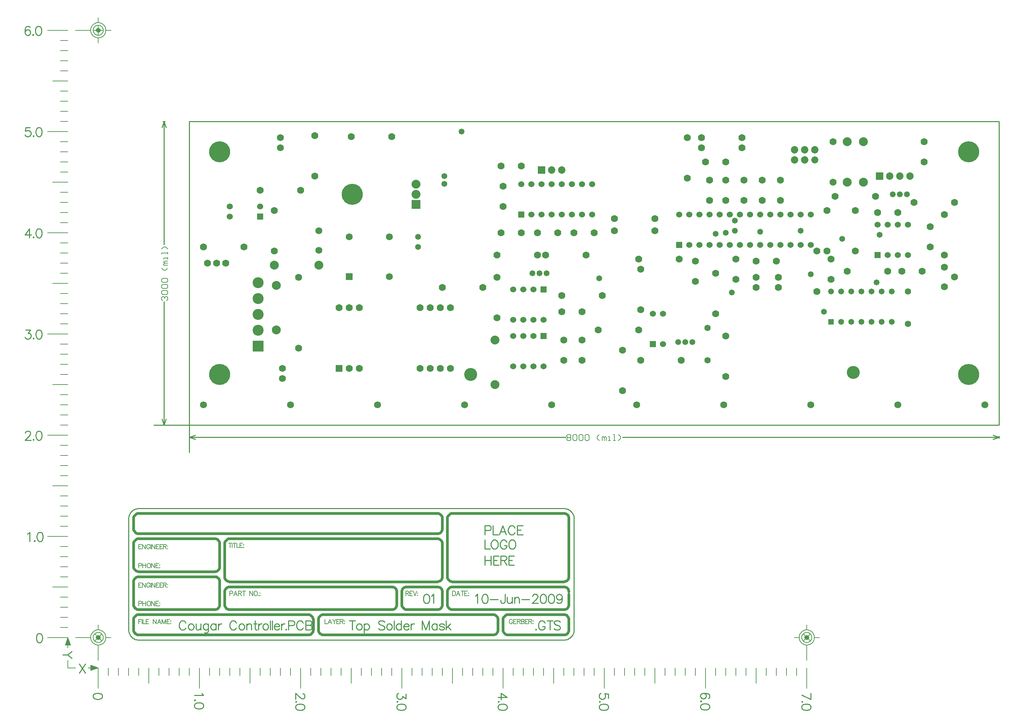
<source format=gts>
%FSLAX23Y23*%
%MOIN*%
G70*
G01*
G75*
%ADD10C,0.021*%
%ADD11C,0.012*%
%ADD12C,0.035*%
%ADD13C,0.025*%
%ADD14C,0.045*%
%ADD15C,0.055*%
%ADD16C,0.009*%
%ADD17C,0.008*%
%ADD18C,0.010*%
%ADD19C,0.006*%
%ADD20C,0.005*%
%ADD21C,0.060*%
%ADD22C,0.200*%
%ADD23C,0.062*%
%ADD24R,0.062X0.062*%
%ADD25R,0.052X0.052*%
%ADD26C,0.052*%
%ADD27C,0.080*%
%ADD28C,0.055*%
%ADD29R,0.050X0.050*%
%ADD30C,0.050*%
%ADD31C,0.120*%
%ADD32R,0.060X0.060*%
%ADD33R,0.100X0.100*%
%ADD34C,0.100*%
%ADD35R,0.080X0.080*%
%ADD36P,0.065X8X0*%
%ADD37C,0.065*%
%ADD38R,0.065X0.065*%
%ADD39C,0.068*%
%ADD40C,0.208*%
%ADD41C,0.070*%
%ADD42R,0.070X0.070*%
%ADD43C,0.088*%
%ADD44C,0.063*%
%ADD45R,0.058X0.058*%
%ADD46C,0.058*%
%ADD47C,0.128*%
%ADD48R,0.068X0.068*%
%ADD49R,0.108X0.108*%
%ADD50C,0.108*%
%ADD51R,0.088X0.088*%
%ADD52P,0.073X8X0*%
%ADD53C,0.073*%
%ADD54R,0.073X0.073*%
D13*
X10453Y5923D02*
X10452Y5932D01*
X10449Y5942D01*
X10445Y5950D01*
X10439Y5957D01*
X10431Y5964D01*
X10423Y5968D01*
X10414Y5971D01*
X10404Y5972D01*
X9303D02*
X9293Y5971D01*
X9284Y5968D01*
X9275Y5963D01*
X9268Y5957D01*
X9262Y5950D01*
X9257Y5941D01*
X9254Y5932D01*
X9253Y5922D01*
X10403Y6022D02*
X10413Y6023D01*
X10422Y6026D01*
X10431Y6030D01*
X10438Y6036D01*
X10445Y6044D01*
X10449Y6053D01*
X10452Y6062D01*
X10453Y6072D01*
X9253D02*
X9254Y6062D01*
X9257Y6053D01*
X9262Y6044D01*
X9268Y6036D01*
X9275Y6030D01*
X9284Y6026D01*
X9293Y6023D01*
X9303Y6022D01*
X10453Y6648D02*
X10452Y6658D01*
X10449Y6667D01*
X10445Y6676D01*
X10438Y6683D01*
X10430Y6689D01*
X10422Y6694D01*
X10412Y6696D01*
X10402Y6697D01*
X10403Y5747D02*
X10413Y5748D01*
X10422Y5751D01*
X10431Y5755D01*
X10438Y5761D01*
X10445Y5769D01*
X10449Y5778D01*
X10452Y5787D01*
X10453Y5797D01*
X10453Y5648D02*
X10452Y5657D01*
X10449Y5667D01*
X10444Y5675D01*
X10438Y5682D01*
X10431Y5689D01*
X10422Y5693D01*
X10413Y5696D01*
X10403Y5697D01*
Y5497D02*
X10413Y5498D01*
X10422Y5501D01*
X10431Y5505D01*
X10438Y5511D01*
X10445Y5519D01*
X10449Y5528D01*
X10452Y5537D01*
X10453Y5547D01*
X9153Y5747D02*
X9163Y5748D01*
X9172Y5751D01*
X9181Y5755D01*
X9188Y5761D01*
X9195Y5769D01*
X9199Y5778D01*
X9202Y5787D01*
X9203Y5797D01*
X9253Y5796D02*
X9254Y5786D01*
X9257Y5777D01*
X9262Y5768D01*
X9268Y5761D01*
X9275Y5755D01*
X9284Y5750D01*
X9293Y5748D01*
X9303Y5747D01*
X9203Y5923D02*
X9202Y5932D01*
X9199Y5942D01*
X9195Y5950D01*
X9189Y5957D01*
X9181Y5964D01*
X9173Y5968D01*
X9164Y5971D01*
X9154Y5972D01*
X6153Y5547D02*
X6154Y5537D01*
X6157Y5528D01*
X6161Y5519D01*
X6167Y5512D01*
X6175Y5506D01*
X6183Y5501D01*
X6193Y5498D01*
X6202Y5497D01*
X9154Y6022D02*
X9164Y6023D01*
X9173Y6026D01*
X9181Y6031D01*
X9189Y6037D01*
X9195Y6044D01*
X9199Y6053D01*
X9202Y6062D01*
X9203Y6072D01*
X6203Y5697D02*
X6193Y5696D01*
X6184Y5693D01*
X6175Y5688D01*
X6168Y5682D01*
X6162Y5675D01*
X6157Y5666D01*
X6154Y5657D01*
X6153Y5647D01*
X9203Y6397D02*
X9202Y6407D01*
X9199Y6416D01*
X9195Y6425D01*
X9188Y6432D01*
X9181Y6438D01*
X9172Y6443D01*
X9163Y6446D01*
X9153Y6447D01*
Y6497D02*
X9163Y6498D01*
X9172Y6501D01*
X9181Y6505D01*
X9188Y6511D01*
X9195Y6519D01*
X9199Y6528D01*
X9202Y6537D01*
X9203Y6547D01*
X9303Y6697D02*
X9293Y6696D01*
X9284Y6693D01*
X9275Y6688D01*
X9268Y6682D01*
X9262Y6675D01*
X9257Y6666D01*
X9254Y6657D01*
X9253Y6647D01*
X9203D02*
X9202Y6657D01*
X9199Y6666D01*
X9195Y6675D01*
X9188Y6682D01*
X9181Y6688D01*
X9172Y6693D01*
X9163Y6696D01*
X9153Y6697D01*
X6203D02*
X6193Y6696D01*
X6184Y6693D01*
X6175Y6688D01*
X6168Y6682D01*
X6162Y6675D01*
X6157Y6666D01*
X6154Y6657D01*
X6153Y6647D01*
Y6547D02*
X6154Y6537D01*
X6157Y6528D01*
X6162Y6519D01*
X6168Y6511D01*
X6175Y6505D01*
X6184Y6501D01*
X6193Y6498D01*
X6203Y6497D01*
Y6447D02*
X6193Y6446D01*
X6184Y6443D01*
X6175Y6438D01*
X6168Y6432D01*
X6162Y6425D01*
X6157Y6416D01*
X6154Y6407D01*
X6153Y6397D01*
Y6172D02*
X6154Y6162D01*
X6157Y6153D01*
X6162Y6144D01*
X6168Y6136D01*
X6175Y6130D01*
X6184Y6126D01*
X6193Y6123D01*
X6203Y6122D01*
Y6072D02*
X6193Y6071D01*
X6184Y6068D01*
X6175Y6063D01*
X6168Y6057D01*
X6162Y6050D01*
X6157Y6041D01*
X6154Y6032D01*
X6153Y6022D01*
Y5797D02*
X6154Y5787D01*
X6157Y5778D01*
X6161Y5769D01*
X6167Y5762D01*
X6175Y5756D01*
X6183Y5751D01*
X6193Y5748D01*
X6202Y5747D01*
X7103Y6447D02*
X7093Y6446D01*
X7084Y6443D01*
X7075Y6438D01*
X7068Y6432D01*
X7062Y6425D01*
X7057Y6416D01*
X7054Y6407D01*
X7053Y6397D01*
X7103Y5972D02*
X7093Y5971D01*
X7084Y5968D01*
X7075Y5963D01*
X7068Y5957D01*
X7062Y5950D01*
X7057Y5941D01*
X7054Y5932D01*
X7053Y5922D01*
X8851Y5972D02*
X8841Y5971D01*
X8832Y5968D01*
X8824Y5963D01*
X8816Y5957D01*
X8810Y5949D01*
X8806Y5940D01*
X8804Y5931D01*
X8803Y5921D01*
X8803Y5798D02*
X8804Y5788D01*
X8807Y5778D01*
X8812Y5770D01*
X8818Y5762D01*
X8825Y5756D01*
X8834Y5751D01*
X8843Y5748D01*
X8853Y5747D01*
X8704Y5747D02*
X8714Y5748D01*
X8723Y5751D01*
X8732Y5755D01*
X8739Y5761D01*
X8745Y5769D01*
X8750Y5778D01*
X8752Y5787D01*
X8753Y5797D01*
X8753Y5923D02*
X8752Y5932D01*
X8749Y5942D01*
X8745Y5950D01*
X8739Y5957D01*
X8731Y5964D01*
X8723Y5968D01*
X8714Y5971D01*
X8704Y5972D01*
X6954Y5747D02*
X6964Y5748D01*
X6973Y5751D01*
X6981Y5755D01*
X6989Y5761D01*
X6995Y5769D01*
X6999Y5777D01*
X7002Y5786D01*
X7003Y5796D01*
X7053D02*
X7054Y5786D01*
X7057Y5777D01*
X7061Y5769D01*
X7067Y5761D01*
X7075Y5755D01*
X7083Y5751D01*
X7093Y5748D01*
X7102Y5747D01*
X7053Y6071D02*
X7054Y6061D01*
X7057Y6052D01*
X7061Y6044D01*
X7067Y6036D01*
X7075Y6030D01*
X7083Y6026D01*
X7093Y6023D01*
X7102Y6022D01*
X7003Y6023D02*
X7002Y6033D01*
X6999Y6042D01*
X6995Y6051D01*
X6988Y6058D01*
X6980Y6064D01*
X6972Y6069D01*
X6962Y6071D01*
X6952Y6072D01*
X6955Y6122D02*
X6964Y6123D01*
X6973Y6125D01*
X6982Y6130D01*
X6989Y6136D01*
X6995Y6143D01*
X6999Y6151D01*
X7002Y6160D01*
X7003Y6170D01*
Y6398D02*
X7002Y6407D01*
X6999Y6417D01*
X6995Y6425D01*
X6989Y6432D01*
X6981Y6439D01*
X6973Y6443D01*
X6964Y6446D01*
X6954Y6447D01*
X9853Y5697D02*
X9843Y5696D01*
X9834Y5693D01*
X9825Y5688D01*
X9818Y5682D01*
X9812Y5675D01*
X9807Y5666D01*
X9804Y5657D01*
X9803Y5647D01*
Y5546D02*
X9804Y5536D01*
X9807Y5527D01*
X9812Y5518D01*
X9818Y5511D01*
X9825Y5505D01*
X9834Y5500D01*
X9843Y5498D01*
X9853Y5497D01*
X9704Y5497D02*
X9714Y5498D01*
X9723Y5500D01*
X9732Y5505D01*
X9739Y5511D01*
X9745Y5519D01*
X9750Y5527D01*
X9752Y5537D01*
X9753Y5546D01*
X9753Y5647D02*
X9752Y5657D01*
X9749Y5666D01*
X9745Y5675D01*
X9738Y5682D01*
X9731Y5688D01*
X9722Y5693D01*
X9713Y5696D01*
X9703Y5697D01*
X7978Y5547D02*
X7979Y5537D01*
X7982Y5528D01*
X7986Y5519D01*
X7992Y5512D01*
X8000Y5506D01*
X8008Y5501D01*
X8018Y5498D01*
X8027Y5497D01*
X8028Y5697D02*
X8018Y5696D01*
X8009Y5693D01*
X8000Y5688D01*
X7993Y5682D01*
X7987Y5675D01*
X7982Y5666D01*
X7979Y5657D01*
X7978Y5647D01*
X7879Y5497D02*
X7889Y5498D01*
X7898Y5500D01*
X7907Y5505D01*
X7914Y5511D01*
X7920Y5519D01*
X7925Y5527D01*
X7927Y5537D01*
X7928Y5546D01*
X7928Y5647D02*
X7927Y5657D01*
X7924Y5666D01*
X7920Y5675D01*
X7913Y5682D01*
X7906Y5688D01*
X7897Y5693D01*
X7888Y5696D01*
X7878Y5697D01*
X8028Y5497D02*
X9703D01*
X6203D02*
X7878D01*
X6203Y5697D02*
X7878D01*
X8028D02*
X9703D01*
X9853Y5497D02*
X10403D01*
X9853Y5697D02*
X10403D01*
X6203Y6697D02*
X9153D01*
X6203Y5747D02*
X6953D01*
X6203Y6072D02*
X6953D01*
X6203Y6122D02*
X6953D01*
X6203Y6447D02*
X6953D01*
X6203Y6497D02*
X9153D01*
X7103Y6447D02*
X9153D01*
X7103Y5972D02*
X8703D01*
X7103Y5747D02*
X8703D01*
X8853D02*
X9153D01*
X8853Y5972D02*
X9153D01*
X9303Y5747D02*
X10403D01*
X9303Y6697D02*
X10403D01*
X7103Y6022D02*
X9153D01*
X9303D02*
X10403D01*
X9303Y5972D02*
X10403D01*
X7928Y5547D02*
Y5647D01*
X7978Y5547D02*
Y5647D01*
X9753Y5547D02*
Y5647D01*
X9803Y5547D02*
Y5647D01*
X6153Y5797D02*
Y6022D01*
X7003Y5797D02*
Y6022D01*
X6153Y6172D02*
Y6397D01*
X7003Y6172D02*
Y6397D01*
X6153Y6547D02*
Y6647D01*
X9203Y6547D02*
Y6647D01*
Y6072D02*
Y6397D01*
X7053Y6072D02*
Y6397D01*
X8753Y5797D02*
Y5922D01*
X7053Y5797D02*
Y5922D01*
X8803Y5797D02*
Y5922D01*
X9203Y5797D02*
Y5922D01*
X10453Y5547D02*
Y5647D01*
Y5797D02*
Y5897D01*
X6153Y5547D02*
Y5647D01*
X9253Y6072D02*
Y6647D01*
X10453Y6072D02*
Y6647D01*
X9253Y5797D02*
Y5922D01*
D16*
X10127Y5555D02*
X10123Y5551D01*
X10127Y5547D01*
X10132Y5551D01*
X10127Y5555D01*
X10216Y5615D02*
X10211Y5624D01*
X10203Y5633D01*
X10194Y5637D01*
X10177D01*
X10169Y5633D01*
X10160Y5624D01*
X10156Y5615D01*
X10151Y5603D01*
Y5581D01*
X10156Y5568D01*
X10160Y5560D01*
X10169Y5551D01*
X10177Y5547D01*
X10194D01*
X10203Y5551D01*
X10211Y5560D01*
X10216Y5568D01*
Y5581D01*
X10194D02*
X10216D01*
X10266Y5637D02*
Y5547D01*
X10236Y5637D02*
X10296D01*
X10367Y5624D02*
X10358Y5633D01*
X10346Y5637D01*
X10328D01*
X10316Y5633D01*
X10307Y5624D01*
Y5615D01*
X10311Y5607D01*
X10316Y5603D01*
X10324Y5598D01*
X10350Y5590D01*
X10358Y5585D01*
X10363Y5581D01*
X10367Y5573D01*
Y5560D01*
X10358Y5551D01*
X10346Y5547D01*
X10328D01*
X10316Y5551D01*
X10307Y5560D01*
X5130Y11499D02*
X5125Y11507D01*
X5112Y11512D01*
X5104D01*
X5091Y11507D01*
X5082Y11495D01*
X5078Y11473D01*
Y11452D01*
X5082Y11435D01*
X5091Y11426D01*
X5104Y11422D01*
X5108D01*
X5121Y11426D01*
X5130Y11435D01*
X5134Y11448D01*
Y11452D01*
X5130Y11465D01*
X5121Y11473D01*
X5108Y11478D01*
X5104D01*
X5091Y11473D01*
X5082Y11465D01*
X5078Y11452D01*
X5158Y11430D02*
X5154Y11426D01*
X5158Y11422D01*
X5162Y11426D01*
X5158Y11430D01*
X5208Y11512D02*
X5195Y11507D01*
X5186Y11495D01*
X5182Y11473D01*
Y11460D01*
X5186Y11439D01*
X5195Y11426D01*
X5208Y11422D01*
X5216D01*
X5229Y11426D01*
X5238Y11439D01*
X5242Y11460D01*
Y11473D01*
X5238Y11495D01*
X5229Y11507D01*
X5216Y11512D01*
X5208D01*
X5121Y9512D02*
X5078Y9452D01*
X5142D01*
X5121Y9512D02*
Y9422D01*
X5163Y9430D02*
X5158Y9426D01*
X5163Y9422D01*
X5167Y9426D01*
X5163Y9430D01*
X5212Y9512D02*
X5199Y9507D01*
X5191Y9495D01*
X5187Y9473D01*
Y9460D01*
X5191Y9439D01*
X5199Y9426D01*
X5212Y9422D01*
X5221D01*
X5234Y9426D01*
X5242Y9439D01*
X5247Y9460D01*
Y9473D01*
X5242Y9495D01*
X5234Y9507D01*
X5221Y9512D01*
X5212D01*
X5082Y7490D02*
Y7495D01*
X5087Y7503D01*
X5091Y7508D01*
X5100Y7512D01*
X5117D01*
X5125Y7508D01*
X5130Y7503D01*
X5134Y7495D01*
Y7486D01*
X5130Y7478D01*
X5121Y7465D01*
X5078Y7422D01*
X5138D01*
X5163Y7430D02*
X5158Y7426D01*
X5163Y7422D01*
X5167Y7426D01*
X5163Y7430D01*
X5212Y7512D02*
X5199Y7508D01*
X5191Y7495D01*
X5187Y7473D01*
Y7460D01*
X5191Y7439D01*
X5199Y7426D01*
X5212Y7422D01*
X5221D01*
X5234Y7426D01*
X5242Y7439D01*
X5247Y7460D01*
Y7473D01*
X5242Y7495D01*
X5234Y7508D01*
X5221Y7512D01*
X5212D01*
X5216Y5512D02*
X5203Y5508D01*
X5195Y5495D01*
X5191Y5473D01*
Y5460D01*
X5195Y5439D01*
X5203Y5426D01*
X5216Y5422D01*
X5225D01*
X5238Y5426D01*
X5246Y5439D01*
X5251Y5460D01*
Y5473D01*
X5246Y5495D01*
X5238Y5508D01*
X5225Y5512D01*
X5216D01*
X5103Y6495D02*
X5112Y6499D01*
X5125Y6512D01*
Y6422D01*
X5173Y6430D02*
X5169Y6426D01*
X5173Y6422D01*
X5178Y6426D01*
X5173Y6430D01*
X5223Y6512D02*
X5210Y6508D01*
X5202Y6495D01*
X5197Y6473D01*
Y6460D01*
X5202Y6439D01*
X5210Y6426D01*
X5223Y6422D01*
X5232D01*
X5245Y6426D01*
X5253Y6439D01*
X5257Y6460D01*
Y6473D01*
X5253Y6495D01*
X5245Y6508D01*
X5232Y6512D01*
X5223D01*
X5087Y8512D02*
X5134D01*
X5108Y8478D01*
X5121D01*
X5130Y8473D01*
X5134Y8469D01*
X5138Y8456D01*
Y8448D01*
X5134Y8435D01*
X5125Y8426D01*
X5112Y8422D01*
X5100D01*
X5087Y8426D01*
X5082Y8430D01*
X5078Y8439D01*
X5163Y8430D02*
X5158Y8426D01*
X5163Y8422D01*
X5167Y8426D01*
X5163Y8430D01*
X5212Y8512D02*
X5199Y8507D01*
X5191Y8495D01*
X5187Y8473D01*
Y8460D01*
X5191Y8439D01*
X5199Y8426D01*
X5212Y8422D01*
X5221D01*
X5234Y8426D01*
X5242Y8439D01*
X5247Y8460D01*
Y8473D01*
X5242Y8495D01*
X5234Y8507D01*
X5221Y8512D01*
X5212D01*
X5130Y10512D02*
X5087D01*
X5082Y10473D01*
X5087Y10478D01*
X5100Y10482D01*
X5112D01*
X5125Y10478D01*
X5134Y10469D01*
X5138Y10456D01*
Y10448D01*
X5134Y10435D01*
X5125Y10426D01*
X5112Y10422D01*
X5100D01*
X5087Y10426D01*
X5082Y10430D01*
X5078Y10439D01*
X5163Y10430D02*
X5158Y10426D01*
X5163Y10422D01*
X5167Y10426D01*
X5163Y10430D01*
X5212Y10512D02*
X5199Y10507D01*
X5191Y10495D01*
X5187Y10473D01*
Y10460D01*
X5191Y10439D01*
X5199Y10426D01*
X5212Y10422D01*
X5221D01*
X5234Y10426D01*
X5242Y10439D01*
X5247Y10460D01*
Y10473D01*
X5242Y10495D01*
X5234Y10507D01*
X5221Y10512D01*
X5212D01*
X12843Y4862D02*
X12753Y4905D01*
X12843Y4922D02*
Y4862D01*
X12762Y4837D02*
X12757Y4842D01*
X12753Y4837D01*
X12757Y4833D01*
X12762Y4837D01*
X12843Y4788D02*
X12839Y4801D01*
X12826Y4809D01*
X12805Y4813D01*
X12792D01*
X12770Y4809D01*
X12757Y4801D01*
X12753Y4788D01*
Y4779D01*
X12757Y4766D01*
X12770Y4758D01*
X12792Y4753D01*
X12805D01*
X12826Y4758D01*
X12839Y4766D01*
X12843Y4779D01*
Y4788D01*
X10843Y4870D02*
Y4913D01*
X10805Y4918D01*
X10809Y4913D01*
X10813Y4900D01*
Y4888D01*
X10809Y4875D01*
X10800Y4866D01*
X10787Y4862D01*
X10779D01*
X10766Y4866D01*
X10757Y4875D01*
X10753Y4888D01*
Y4900D01*
X10757Y4913D01*
X10762Y4918D01*
X10770Y4922D01*
X10762Y4837D02*
X10757Y4842D01*
X10753Y4837D01*
X10757Y4833D01*
X10762Y4837D01*
X10843Y4788D02*
X10839Y4801D01*
X10826Y4809D01*
X10805Y4813D01*
X10792D01*
X10770Y4809D01*
X10757Y4801D01*
X10753Y4788D01*
Y4779D01*
X10757Y4766D01*
X10770Y4758D01*
X10792Y4753D01*
X10805D01*
X10826Y4758D01*
X10839Y4766D01*
X10843Y4779D01*
Y4788D01*
X8843Y4913D02*
Y4866D01*
X8809Y4892D01*
Y4879D01*
X8805Y4870D01*
X8800Y4866D01*
X8787Y4862D01*
X8779D01*
X8766Y4866D01*
X8757Y4875D01*
X8753Y4888D01*
Y4900D01*
X8757Y4913D01*
X8762Y4918D01*
X8770Y4922D01*
X8762Y4837D02*
X8757Y4842D01*
X8753Y4837D01*
X8757Y4833D01*
X8762Y4837D01*
X8843Y4788D02*
X8839Y4801D01*
X8826Y4809D01*
X8805Y4813D01*
X8792D01*
X8770Y4809D01*
X8757Y4801D01*
X8753Y4788D01*
Y4779D01*
X8757Y4766D01*
X8770Y4758D01*
X8792Y4753D01*
X8805D01*
X8826Y4758D01*
X8839Y4766D01*
X8843Y4779D01*
Y4788D01*
X6826Y4922D02*
X6830Y4913D01*
X6843Y4900D01*
X6753D01*
X6762Y4852D02*
X6757Y4856D01*
X6753Y4852D01*
X6757Y4847D01*
X6762Y4852D01*
X6843Y4802D02*
X6839Y4815D01*
X6826Y4823D01*
X6805Y4828D01*
X6792D01*
X6770Y4823D01*
X6757Y4815D01*
X6753Y4802D01*
Y4793D01*
X6757Y4780D01*
X6770Y4772D01*
X6792Y4768D01*
X6805D01*
X6826Y4772D01*
X6839Y4780D01*
X6843Y4793D01*
Y4802D01*
X5843Y4896D02*
X5839Y4909D01*
X5826Y4918D01*
X5805Y4922D01*
X5792D01*
X5770Y4918D01*
X5757Y4909D01*
X5753Y4896D01*
Y4888D01*
X5757Y4875D01*
X5770Y4866D01*
X5792Y4862D01*
X5805D01*
X5826Y4866D01*
X5839Y4875D01*
X5843Y4888D01*
Y4896D01*
X7822Y4918D02*
X7826D01*
X7835Y4913D01*
X7839Y4909D01*
X7843Y4900D01*
Y4883D01*
X7839Y4875D01*
X7835Y4870D01*
X7826Y4866D01*
X7817D01*
X7809Y4870D01*
X7796Y4879D01*
X7753Y4922D01*
Y4862D01*
X7762Y4837D02*
X7757Y4842D01*
X7753Y4837D01*
X7757Y4833D01*
X7762Y4837D01*
X7843Y4788D02*
X7839Y4801D01*
X7826Y4809D01*
X7805Y4813D01*
X7792D01*
X7770Y4809D01*
X7757Y4801D01*
X7753Y4788D01*
Y4779D01*
X7757Y4766D01*
X7770Y4758D01*
X7792Y4753D01*
X7805D01*
X7826Y4758D01*
X7839Y4766D01*
X7843Y4779D01*
Y4788D01*
X9843Y4879D02*
X9783Y4922D01*
Y4858D01*
X9843Y4879D02*
X9753D01*
X9762Y4837D02*
X9757Y4842D01*
X9753Y4837D01*
X9757Y4833D01*
X9762Y4837D01*
X9843Y4788D02*
X9839Y4801D01*
X9826Y4809D01*
X9805Y4813D01*
X9792D01*
X9770Y4809D01*
X9757Y4801D01*
X9753Y4788D01*
Y4779D01*
X9757Y4766D01*
X9770Y4758D01*
X9792Y4753D01*
X9805D01*
X9826Y4758D01*
X9839Y4766D01*
X9843Y4779D01*
Y4788D01*
X11830Y4870D02*
X11839Y4875D01*
X11843Y4888D01*
Y4896D01*
X11839Y4909D01*
X11826Y4918D01*
X11805Y4922D01*
X11783D01*
X11766Y4918D01*
X11757Y4909D01*
X11753Y4896D01*
Y4892D01*
X11757Y4879D01*
X11766Y4870D01*
X11779Y4866D01*
X11783D01*
X11796Y4870D01*
X11805Y4879D01*
X11809Y4892D01*
Y4896D01*
X11805Y4909D01*
X11796Y4918D01*
X11783Y4922D01*
X11762Y4842D02*
X11757Y4846D01*
X11753Y4842D01*
X11757Y4838D01*
X11762Y4842D01*
X11843Y4792D02*
X11839Y4805D01*
X11826Y4814D01*
X11805Y4818D01*
X11792D01*
X11770Y4814D01*
X11757Y4805D01*
X11753Y4792D01*
Y4784D01*
X11757Y4771D01*
X11770Y4762D01*
X11792Y4758D01*
X11805D01*
X11826Y4762D01*
X11839Y4771D01*
X11843Y4784D01*
Y4792D01*
X5616Y5212D02*
X5676Y5122D01*
Y5212D02*
X5616Y5122D01*
X5543Y5334D02*
X5500Y5300D01*
X5453D01*
X5543Y5266D02*
X5500Y5300D01*
X9528Y5882D02*
X9537Y5886D01*
X9550Y5899D01*
Y5809D01*
X9620Y5899D02*
X9607Y5895D01*
X9598Y5882D01*
X9594Y5861D01*
Y5848D01*
X9598Y5826D01*
X9607Y5814D01*
X9620Y5809D01*
X9628D01*
X9641Y5814D01*
X9650Y5826D01*
X9654Y5848D01*
Y5861D01*
X9650Y5882D01*
X9641Y5895D01*
X9628Y5899D01*
X9620D01*
X9674Y5848D02*
X9751D01*
X9821Y5899D02*
Y5831D01*
X9816Y5818D01*
X9812Y5814D01*
X9804Y5809D01*
X9795D01*
X9786Y5814D01*
X9782Y5818D01*
X9778Y5831D01*
Y5839D01*
X9844Y5869D02*
Y5826D01*
X9848Y5814D01*
X9857Y5809D01*
X9870D01*
X9878Y5814D01*
X9891Y5826D01*
Y5869D02*
Y5809D01*
X9915Y5869D02*
Y5809D01*
Y5852D02*
X9927Y5865D01*
X9936Y5869D01*
X9949D01*
X9957Y5865D01*
X9962Y5852D01*
Y5809D01*
X9985Y5848D02*
X10062D01*
X10093Y5878D02*
Y5882D01*
X10098Y5891D01*
X10102Y5895D01*
X10110Y5899D01*
X10128D01*
X10136Y5895D01*
X10140Y5891D01*
X10145Y5882D01*
Y5874D01*
X10140Y5865D01*
X10132Y5852D01*
X10089Y5809D01*
X10149D01*
X10195Y5899D02*
X10182Y5895D01*
X10173Y5882D01*
X10169Y5861D01*
Y5848D01*
X10173Y5826D01*
X10182Y5814D01*
X10195Y5809D01*
X10203D01*
X10216Y5814D01*
X10225Y5826D01*
X10229Y5848D01*
Y5861D01*
X10225Y5882D01*
X10216Y5895D01*
X10203Y5899D01*
X10195D01*
X10275D02*
X10262Y5895D01*
X10254Y5882D01*
X10249Y5861D01*
Y5848D01*
X10254Y5826D01*
X10262Y5814D01*
X10275Y5809D01*
X10284D01*
X10296Y5814D01*
X10305Y5826D01*
X10309Y5848D01*
Y5861D01*
X10305Y5882D01*
X10296Y5895D01*
X10284Y5899D01*
X10275D01*
X10385Y5869D02*
X10381Y5856D01*
X10372Y5848D01*
X10359Y5844D01*
X10355D01*
X10342Y5848D01*
X10334Y5856D01*
X10329Y5869D01*
Y5874D01*
X10334Y5886D01*
X10342Y5895D01*
X10355Y5899D01*
X10359D01*
X10372Y5895D01*
X10381Y5886D01*
X10385Y5869D01*
Y5848D01*
X10381Y5826D01*
X10372Y5814D01*
X10359Y5809D01*
X10351D01*
X10338Y5814D01*
X10334Y5822D01*
X9623Y6277D02*
Y6187D01*
X9683Y6277D02*
Y6187D01*
X9623Y6234D02*
X9683D01*
X9764Y6277D02*
X9708D01*
Y6187D01*
X9764D01*
X9708Y6234D02*
X9742D01*
X9779Y6277D02*
Y6187D01*
Y6277D02*
X9817D01*
X9830Y6273D01*
X9834Y6268D01*
X9839Y6260D01*
Y6251D01*
X9834Y6243D01*
X9830Y6238D01*
X9817Y6234D01*
X9779D01*
X9809D02*
X9839Y6187D01*
X9914Y6277D02*
X9859D01*
Y6187D01*
X9914D01*
X9859Y6234D02*
X9893D01*
X9623Y6437D02*
Y6347D01*
X9675D01*
X9710Y6437D02*
X9702Y6432D01*
X9693Y6424D01*
X9689Y6415D01*
X9684Y6403D01*
Y6381D01*
X9689Y6368D01*
X9693Y6360D01*
X9702Y6351D01*
X9710Y6347D01*
X9727D01*
X9736Y6351D01*
X9744Y6360D01*
X9749Y6368D01*
X9753Y6381D01*
Y6403D01*
X9749Y6415D01*
X9744Y6424D01*
X9736Y6432D01*
X9727Y6437D01*
X9710D01*
X9838Y6415D02*
X9834Y6424D01*
X9825Y6432D01*
X9817Y6437D01*
X9800D01*
X9791Y6432D01*
X9783Y6424D01*
X9778Y6415D01*
X9774Y6403D01*
Y6381D01*
X9778Y6368D01*
X9783Y6360D01*
X9791Y6351D01*
X9800Y6347D01*
X9817D01*
X9825Y6351D01*
X9834Y6360D01*
X9838Y6368D01*
Y6381D01*
X9817D02*
X9838D01*
X9884Y6437D02*
X9876Y6432D01*
X9867Y6424D01*
X9863Y6415D01*
X9859Y6403D01*
Y6381D01*
X9863Y6368D01*
X9867Y6360D01*
X9876Y6351D01*
X9884Y6347D01*
X9902D01*
X9910Y6351D01*
X9919Y6360D01*
X9923Y6368D01*
X9927Y6381D01*
Y6403D01*
X9923Y6415D01*
X9919Y6424D01*
X9910Y6432D01*
X9902Y6437D01*
X9884D01*
X9623Y6530D02*
X9662D01*
X9675Y6534D01*
X9679Y6538D01*
X9683Y6547D01*
Y6560D01*
X9679Y6568D01*
X9675Y6573D01*
X9662Y6577D01*
X9623D01*
Y6487D01*
X9703Y6577D02*
Y6487D01*
X9755D01*
X9833D02*
X9799Y6577D01*
X9765Y6487D01*
X9777Y6517D02*
X9820D01*
X9918Y6555D02*
X9914Y6564D01*
X9905Y6573D01*
X9897Y6577D01*
X9880D01*
X9871Y6573D01*
X9863Y6564D01*
X9858Y6555D01*
X9854Y6543D01*
Y6521D01*
X9858Y6508D01*
X9863Y6500D01*
X9871Y6491D01*
X9880Y6487D01*
X9897D01*
X9905Y6491D01*
X9914Y6500D01*
X9918Y6508D01*
X9999Y6577D02*
X9944D01*
Y6487D01*
X9999D01*
X9944Y6534D02*
X9978D01*
X9041Y5899D02*
X9028Y5895D01*
X9020Y5882D01*
X9016Y5861D01*
Y5848D01*
X9020Y5826D01*
X9028Y5814D01*
X9041Y5809D01*
X9050D01*
X9063Y5814D01*
X9071Y5826D01*
X9076Y5848D01*
Y5861D01*
X9071Y5882D01*
X9063Y5895D01*
X9050Y5899D01*
X9041D01*
X9096Y5882D02*
X9104Y5886D01*
X9117Y5899D01*
Y5809D01*
X8313Y5637D02*
Y5547D01*
X8283Y5637D02*
X8343D01*
X8375Y5607D02*
X8367Y5603D01*
X8358Y5594D01*
X8354Y5581D01*
Y5573D01*
X8358Y5560D01*
X8367Y5551D01*
X8375Y5547D01*
X8388D01*
X8397Y5551D01*
X8405Y5560D01*
X8410Y5573D01*
Y5581D01*
X8405Y5594D01*
X8397Y5603D01*
X8388Y5607D01*
X8375D01*
X8429D02*
Y5517D01*
Y5594D02*
X8438Y5603D01*
X8446Y5607D01*
X8459D01*
X8468Y5603D01*
X8476Y5594D01*
X8481Y5581D01*
Y5573D01*
X8476Y5560D01*
X8468Y5551D01*
X8459Y5547D01*
X8446D01*
X8438Y5551D01*
X8429Y5560D01*
X8631Y5624D02*
X8622Y5633D01*
X8609Y5637D01*
X8592D01*
X8579Y5633D01*
X8571Y5624D01*
Y5615D01*
X8575Y5607D01*
X8579Y5603D01*
X8588Y5598D01*
X8613Y5590D01*
X8622Y5585D01*
X8626Y5581D01*
X8631Y5573D01*
Y5560D01*
X8622Y5551D01*
X8609Y5547D01*
X8592D01*
X8579Y5551D01*
X8571Y5560D01*
X8672Y5607D02*
X8664Y5603D01*
X8655Y5594D01*
X8651Y5581D01*
Y5573D01*
X8655Y5560D01*
X8664Y5551D01*
X8672Y5547D01*
X8685D01*
X8694Y5551D01*
X8702Y5560D01*
X8706Y5573D01*
Y5581D01*
X8702Y5594D01*
X8694Y5603D01*
X8685Y5607D01*
X8672D01*
X8726Y5637D02*
Y5547D01*
X8796Y5637D02*
Y5547D01*
Y5594D02*
X8788Y5603D01*
X8779Y5607D01*
X8766D01*
X8758Y5603D01*
X8749Y5594D01*
X8745Y5581D01*
Y5573D01*
X8749Y5560D01*
X8758Y5551D01*
X8766Y5547D01*
X8779D01*
X8788Y5551D01*
X8796Y5560D01*
X8820Y5581D02*
X8872D01*
Y5590D01*
X8868Y5598D01*
X8863Y5603D01*
X8855Y5607D01*
X8842D01*
X8833Y5603D01*
X8825Y5594D01*
X8820Y5581D01*
Y5573D01*
X8825Y5560D01*
X8833Y5551D01*
X8842Y5547D01*
X8855D01*
X8863Y5551D01*
X8872Y5560D01*
X8891Y5607D02*
Y5547D01*
Y5581D02*
X8895Y5594D01*
X8904Y5603D01*
X8913Y5607D01*
X8925D01*
X9004Y5637D02*
Y5547D01*
Y5637D02*
X9039Y5547D01*
X9073Y5637D02*
X9039Y5547D01*
X9073Y5637D02*
Y5547D01*
X9150Y5607D02*
Y5547D01*
Y5594D02*
X9141Y5603D01*
X9133Y5607D01*
X9120D01*
X9111Y5603D01*
X9103Y5594D01*
X9099Y5581D01*
Y5573D01*
X9103Y5560D01*
X9111Y5551D01*
X9120Y5547D01*
X9133D01*
X9141Y5551D01*
X9150Y5560D01*
X9221Y5594D02*
X9217Y5603D01*
X9204Y5607D01*
X9191D01*
X9178Y5603D01*
X9174Y5594D01*
X9178Y5585D01*
X9187Y5581D01*
X9208Y5577D01*
X9217Y5573D01*
X9221Y5564D01*
Y5560D01*
X9217Y5551D01*
X9204Y5547D01*
X9191D01*
X9178Y5551D01*
X9174Y5560D01*
X9240Y5637D02*
Y5547D01*
X9283Y5607D02*
X9240Y5564D01*
X9257Y5581D02*
X9287Y5547D01*
X6667Y5615D02*
X6663Y5624D01*
X6655Y5633D01*
X6646Y5637D01*
X6629D01*
X6620Y5633D01*
X6612Y5624D01*
X6607Y5615D01*
X6603Y5603D01*
Y5581D01*
X6607Y5568D01*
X6612Y5560D01*
X6620Y5551D01*
X6629Y5547D01*
X6646D01*
X6655Y5551D01*
X6663Y5560D01*
X6667Y5568D01*
X6714Y5607D02*
X6706Y5603D01*
X6697Y5594D01*
X6693Y5581D01*
Y5573D01*
X6697Y5560D01*
X6706Y5551D01*
X6714Y5547D01*
X6727D01*
X6736Y5551D01*
X6744Y5560D01*
X6748Y5573D01*
Y5581D01*
X6744Y5594D01*
X6736Y5603D01*
X6727Y5607D01*
X6714D01*
X6768D02*
Y5564D01*
X6772Y5551D01*
X6781Y5547D01*
X6794D01*
X6802Y5551D01*
X6815Y5564D01*
Y5607D02*
Y5547D01*
X6890Y5607D02*
Y5538D01*
X6886Y5525D01*
X6882Y5521D01*
X6873Y5517D01*
X6860D01*
X6852Y5521D01*
X6890Y5594D02*
X6882Y5603D01*
X6873Y5607D01*
X6860D01*
X6852Y5603D01*
X6843Y5594D01*
X6839Y5581D01*
Y5573D01*
X6843Y5560D01*
X6852Y5551D01*
X6860Y5547D01*
X6873D01*
X6882Y5551D01*
X6890Y5560D01*
X6966Y5607D02*
Y5547D01*
Y5594D02*
X6957Y5603D01*
X6948Y5607D01*
X6936D01*
X6927Y5603D01*
X6918Y5594D01*
X6914Y5581D01*
Y5573D01*
X6918Y5560D01*
X6927Y5551D01*
X6936Y5547D01*
X6948D01*
X6957Y5551D01*
X6966Y5560D01*
X6990Y5607D02*
Y5547D01*
Y5581D02*
X6994Y5594D01*
X7002Y5603D01*
X7011Y5607D01*
X7024D01*
X7167Y5615D02*
X7163Y5624D01*
X7154Y5633D01*
X7146Y5637D01*
X7128D01*
X7120Y5633D01*
X7111Y5624D01*
X7107Y5615D01*
X7103Y5603D01*
Y5581D01*
X7107Y5568D01*
X7111Y5560D01*
X7120Y5551D01*
X7128Y5547D01*
X7146D01*
X7154Y5551D01*
X7163Y5560D01*
X7167Y5568D01*
X7214Y5607D02*
X7205Y5603D01*
X7197Y5594D01*
X7192Y5581D01*
Y5573D01*
X7197Y5560D01*
X7205Y5551D01*
X7214Y5547D01*
X7227D01*
X7235Y5551D01*
X7244Y5560D01*
X7248Y5573D01*
Y5581D01*
X7244Y5594D01*
X7235Y5603D01*
X7227Y5607D01*
X7214D01*
X7268D02*
Y5547D01*
Y5590D02*
X7281Y5603D01*
X7289Y5607D01*
X7302D01*
X7311Y5603D01*
X7315Y5590D01*
Y5547D01*
X7351Y5637D02*
Y5564D01*
X7356Y5551D01*
X7364Y5547D01*
X7373D01*
X7338Y5607D02*
X7368D01*
X7386D02*
Y5547D01*
Y5581D02*
X7390Y5594D01*
X7398Y5603D01*
X7407Y5607D01*
X7420D01*
X7449D02*
X7441Y5603D01*
X7432Y5594D01*
X7428Y5581D01*
Y5573D01*
X7432Y5560D01*
X7441Y5551D01*
X7449Y5547D01*
X7462D01*
X7471Y5551D01*
X7479Y5560D01*
X7484Y5573D01*
Y5581D01*
X7479Y5594D01*
X7471Y5603D01*
X7462Y5607D01*
X7449D01*
X7503Y5637D02*
Y5547D01*
X7522Y5637D02*
Y5547D01*
X7541Y5581D02*
X7592D01*
Y5590D01*
X7588Y5598D01*
X7584Y5603D01*
X7575Y5607D01*
X7562D01*
X7554Y5603D01*
X7545Y5594D01*
X7541Y5581D01*
Y5573D01*
X7545Y5560D01*
X7554Y5551D01*
X7562Y5547D01*
X7575D01*
X7584Y5551D01*
X7592Y5560D01*
X7612Y5607D02*
Y5547D01*
Y5581D02*
X7616Y5594D01*
X7625Y5603D01*
X7633Y5607D01*
X7646D01*
X7658Y5555D02*
X7654Y5551D01*
X7658Y5547D01*
X7663Y5551D01*
X7658Y5555D01*
X7682Y5590D02*
X7721D01*
X7734Y5594D01*
X7738Y5598D01*
X7742Y5607D01*
Y5620D01*
X7738Y5628D01*
X7734Y5633D01*
X7721Y5637D01*
X7682D01*
Y5547D01*
X7827Y5615D02*
X7823Y5624D01*
X7814Y5633D01*
X7805Y5637D01*
X7788D01*
X7780Y5633D01*
X7771Y5624D01*
X7767Y5615D01*
X7763Y5603D01*
Y5581D01*
X7767Y5568D01*
X7771Y5560D01*
X7780Y5551D01*
X7788Y5547D01*
X7805D01*
X7814Y5551D01*
X7823Y5560D01*
X7827Y5568D01*
X7852Y5637D02*
Y5547D01*
Y5637D02*
X7891D01*
X7904Y5633D01*
X7908Y5628D01*
X7912Y5620D01*
Y5611D01*
X7908Y5603D01*
X7904Y5598D01*
X7891Y5594D01*
X7852D02*
X7891D01*
X7904Y5590D01*
X7908Y5585D01*
X7912Y5577D01*
Y5564D01*
X7908Y5555D01*
X7904Y5551D01*
X7891Y5547D01*
X7852D01*
D17*
X12853Y5472D02*
X12852Y5482D01*
X12849Y5492D01*
X12844Y5500D01*
X12838Y5508D01*
X12830Y5514D01*
X12820Y5519D01*
X12811Y5521D01*
X12801Y5522D01*
X12791Y5520D01*
X12781Y5517D01*
X12773Y5511D01*
X12765Y5504D01*
X12759Y5496D01*
X12755Y5487D01*
X12753Y5477D01*
Y5467D01*
X12755Y5457D01*
X12759Y5448D01*
X12765Y5439D01*
X12773Y5432D01*
X12781Y5427D01*
X12791Y5423D01*
X12801Y5422D01*
X12811Y5422D01*
X12820Y5425D01*
X12830Y5429D01*
X12838Y5436D01*
X12844Y5443D01*
X12849Y5452D01*
X12852Y5462D01*
X12853Y5472D01*
X12878D02*
X12877Y5482D01*
X12875Y5492D01*
X12872Y5501D01*
X12868Y5510D01*
X12862Y5518D01*
X12855Y5526D01*
X12848Y5532D01*
X12839Y5538D01*
X12830Y5542D01*
X12821Y5545D01*
X12811Y5546D01*
X12801Y5547D01*
X12791Y5546D01*
X12781Y5543D01*
X12772Y5540D01*
X12763Y5535D01*
X12755Y5529D01*
X12748Y5522D01*
X12741Y5514D01*
X12736Y5506D01*
X12732Y5496D01*
X12730Y5487D01*
X12728Y5477D01*
Y5467D01*
X12730Y5457D01*
X12732Y5447D01*
X12736Y5438D01*
X12741Y5429D01*
X12748Y5421D01*
X12755Y5415D01*
X12763Y5409D01*
X12772Y5404D01*
X12781Y5400D01*
X12791Y5398D01*
X12801Y5397D01*
X12811Y5397D01*
X12821Y5399D01*
X12830Y5402D01*
X12839Y5406D01*
X12848Y5411D01*
X12855Y5418D01*
X12862Y5425D01*
X12868Y5434D01*
X12872Y5443D01*
X12875Y5452D01*
X12877Y5462D01*
X12878Y5472D01*
X12806D02*
X12801D01*
X12806D01*
X12808D02*
X12801Y5476D01*
Y5467D01*
X12808Y5472D01*
X12823D02*
X12821Y5481D01*
X12814Y5488D01*
X12806Y5492D01*
X12796Y5490D01*
X12788Y5485D01*
X12784Y5477D01*
Y5467D01*
X12788Y5459D01*
X12796Y5453D01*
X12806Y5452D01*
X12814Y5455D01*
X12821Y5462D01*
X12823Y5472D01*
X12818D02*
X12815Y5481D01*
X12806Y5487D01*
X12796Y5485D01*
X12789Y5477D01*
Y5467D01*
X12796Y5459D01*
X12806Y5457D01*
X12815Y5462D01*
X12818Y5472D01*
X12813D02*
X12808Y5480D01*
X12798D01*
X12793Y5472D01*
X12798Y5463D01*
X12808D01*
X12813Y5472D01*
X5878Y11472D02*
X5877Y11482D01*
X5875Y11492D01*
X5872Y11501D01*
X5868Y11510D01*
X5862Y11518D01*
X5855Y11526D01*
X5848Y11532D01*
X5839Y11538D01*
X5830Y11542D01*
X5821Y11545D01*
X5811Y11546D01*
X5801Y11547D01*
X5791Y11546D01*
X5781Y11543D01*
X5772Y11540D01*
X5763Y11535D01*
X5755Y11529D01*
X5747Y11522D01*
X5741Y11514D01*
X5736Y11506D01*
X5732Y11496D01*
X5730Y11487D01*
X5728Y11477D01*
Y11467D01*
X5730Y11457D01*
X5732Y11447D01*
X5736Y11438D01*
X5741Y11429D01*
X5747Y11421D01*
X5755Y11415D01*
X5763Y11409D01*
X5772Y11404D01*
X5781Y11400D01*
X5791Y11398D01*
X5801Y11397D01*
X5811Y11397D01*
X5821Y11399D01*
X5830Y11402D01*
X5839Y11406D01*
X5848Y11411D01*
X5855Y11418D01*
X5862Y11425D01*
X5868Y11434D01*
X5872Y11443D01*
X5875Y11452D01*
X5877Y11462D01*
X5878Y11472D01*
X5806D02*
X5801D01*
X5806D01*
X5808D02*
X5801Y11476D01*
Y11467D01*
X5808Y11472D01*
X5813D02*
X5808Y11480D01*
X5798D01*
X5793Y11472D01*
X5798Y11463D01*
X5808D01*
X5813Y11472D01*
X5818D02*
X5815Y11481D01*
X5806Y11487D01*
X5796Y11485D01*
X5789Y11477D01*
Y11467D01*
X5796Y11459D01*
X5806Y11457D01*
X5815Y11462D01*
X5818Y11472D01*
X5823D02*
X5821Y11481D01*
X5814Y11488D01*
X5806Y11492D01*
X5796Y11491D01*
X5788Y11485D01*
X5784Y11477D01*
Y11467D01*
X5788Y11459D01*
X5796Y11453D01*
X5806Y11452D01*
X5814Y11455D01*
X5821Y11463D01*
X5823Y11472D01*
X5853D02*
X5852Y11482D01*
X5849Y11492D01*
X5844Y11500D01*
X5838Y11508D01*
X5830Y11514D01*
X5820Y11519D01*
X5811Y11521D01*
X5801Y11522D01*
X5791Y11520D01*
X5781Y11517D01*
X5773Y11511D01*
X5765Y11504D01*
X5759Y11496D01*
X5755Y11487D01*
X5753Y11477D01*
Y11467D01*
X5755Y11457D01*
X5759Y11448D01*
X5765Y11439D01*
X5773Y11432D01*
X5781Y11427D01*
X5791Y11423D01*
X5801Y11422D01*
X5811Y11422D01*
X5820Y11425D01*
X5830Y11429D01*
X5838Y11436D01*
X5844Y11443D01*
X5849Y11452D01*
X5852Y11462D01*
X5853Y11472D01*
X5853Y5472D02*
X5852Y5482D01*
X5849Y5492D01*
X5844Y5500D01*
X5838Y5508D01*
X5830Y5514D01*
X5820Y5519D01*
X5811Y5521D01*
X5801Y5522D01*
X5791Y5520D01*
X5781Y5517D01*
X5773Y5511D01*
X5765Y5504D01*
X5759Y5496D01*
X5755Y5487D01*
X5753Y5477D01*
Y5467D01*
X5755Y5457D01*
X5759Y5448D01*
X5765Y5439D01*
X5773Y5432D01*
X5781Y5427D01*
X5791Y5423D01*
X5801Y5422D01*
X5811Y5422D01*
X5820Y5425D01*
X5830Y5429D01*
X5838Y5436D01*
X5844Y5443D01*
X5849Y5452D01*
X5852Y5462D01*
X5853Y5472D01*
X5878D02*
X5877Y5482D01*
X5875Y5492D01*
X5872Y5501D01*
X5868Y5510D01*
X5862Y5518D01*
X5855Y5526D01*
X5848Y5532D01*
X5839Y5538D01*
X5830Y5542D01*
X5821Y5545D01*
X5811Y5546D01*
X5801Y5547D01*
X5791Y5546D01*
X5781Y5543D01*
X5772Y5540D01*
X5763Y5535D01*
X5755Y5529D01*
X5748Y5522D01*
X5741Y5514D01*
X5736Y5506D01*
X5732Y5496D01*
X5730Y5487D01*
X5728Y5477D01*
Y5467D01*
X5730Y5457D01*
X5732Y5447D01*
X5736Y5438D01*
X5741Y5429D01*
X5748Y5421D01*
X5755Y5415D01*
X5763Y5409D01*
X5772Y5404D01*
X5781Y5400D01*
X5791Y5398D01*
X5801Y5397D01*
X5811Y5397D01*
X5821Y5399D01*
X5830Y5402D01*
X5839Y5406D01*
X5848Y5411D01*
X5855Y5418D01*
X5862Y5425D01*
X5868Y5434D01*
X5872Y5443D01*
X5875Y5452D01*
X5877Y5462D01*
X5878Y5472D01*
X5806D02*
X5801D01*
X5806D01*
X5808D02*
X5801Y5476D01*
Y5467D01*
X5808Y5472D01*
X5823D02*
X5821Y5481D01*
X5814Y5488D01*
X5806Y5492D01*
X5796Y5490D01*
X5788Y5485D01*
X5784Y5477D01*
Y5467D01*
X5788Y5459D01*
X5796Y5453D01*
X5806Y5452D01*
X5814Y5455D01*
X5821Y5462D01*
X5823Y5472D01*
X5813D02*
X5808Y5480D01*
X5798D01*
X5793Y5472D01*
X5798Y5463D01*
X5808D01*
X5813Y5472D01*
X5818D02*
X5815Y5481D01*
X5806Y5487D01*
X5796Y5485D01*
X5789Y5477D01*
Y5467D01*
X5796Y5459D01*
X5806Y5457D01*
X5815Y5462D01*
X5818Y5472D01*
X5878D02*
X5928D01*
X5578D02*
X5728D01*
X5503Y5172D02*
X5578D01*
X5478Y5397D02*
X5528D01*
X5489Y5405D02*
X5518D01*
X5494Y5408D02*
X5513D01*
X5484Y5401D02*
X5523D01*
X5499Y5412D02*
X5508D01*
X5703Y5172D02*
X5728D01*
X5303Y5472D02*
X5503D01*
X5428Y5572D02*
X5503D01*
X5428Y5672D02*
X5503D01*
X5428Y5772D02*
X5503D01*
X5428Y5872D02*
X5503D01*
X5353Y5972D02*
X5503D01*
X5428Y6072D02*
X5503D01*
X5428Y6172D02*
X5503D01*
X5428Y6272D02*
X5503D01*
X5428Y6372D02*
X5503D01*
X5303Y6472D02*
X5503D01*
X5428Y6572D02*
X5503D01*
X5428Y6672D02*
X5503D01*
X5428Y6772D02*
X5503D01*
X5428Y6872D02*
X5503D01*
X5353Y6972D02*
X5503D01*
X5428Y7072D02*
X5503D01*
X5428Y7172D02*
X5503D01*
X5428Y7272D02*
X5503D01*
X5428Y7372D02*
X5503D01*
X5303Y7472D02*
X5503D01*
X5428Y7572D02*
X5503D01*
X5428Y7672D02*
X5503D01*
X5428Y7772D02*
X5503D01*
X5428Y7872D02*
X5503D01*
X5353Y7972D02*
X5503D01*
X5428Y8072D02*
X5503D01*
X5428Y8172D02*
X5503D01*
X5428Y8272D02*
X5503D01*
X5428Y8372D02*
X5503D01*
X5303Y8472D02*
X5503D01*
X5428Y8572D02*
X5503D01*
X5428Y8672D02*
X5503D01*
X5428Y8772D02*
X5503D01*
X5428Y8872D02*
X5503D01*
X5353Y8972D02*
X5503D01*
X5428Y9072D02*
X5503D01*
X5428Y9172D02*
X5503D01*
X5428Y9272D02*
X5503D01*
X5428Y9372D02*
X5503D01*
X5303Y9472D02*
X5503D01*
X5428Y9572D02*
X5503D01*
X5428Y9672D02*
X5503D01*
X5428Y9772D02*
X5503D01*
X5428Y9872D02*
X5503D01*
X5353Y9972D02*
X5503D01*
X5428Y10072D02*
X5503D01*
X5428Y10172D02*
X5503D01*
X5428Y10272D02*
X5503D01*
X5428Y10372D02*
X5503D01*
X5303Y10472D02*
X5503D01*
X5428Y10572D02*
X5503D01*
X5428Y10672D02*
X5503D01*
X5428Y10772D02*
X5503D01*
X5428Y10872D02*
X5503D01*
X5353Y10972D02*
X5503D01*
X5428Y11072D02*
X5503D01*
X5428Y11172D02*
X5503D01*
X5428Y11272D02*
X5503D01*
X5428Y11372D02*
X5503D01*
X5303Y11472D02*
X5503D01*
X5803D02*
X5853D01*
X5753D02*
X5803D01*
X5578D02*
X5728D01*
X5878D02*
X5928D01*
X12678Y5472D02*
X12728D01*
X12878D02*
X12928D01*
X5803Y5247D02*
Y5397D01*
Y5547D02*
Y5597D01*
X5503Y5172D02*
Y5247D01*
X5728Y5147D02*
Y5197D01*
X5736Y5157D02*
Y5186D01*
X5503Y5372D02*
Y5397D01*
X5740Y5162D02*
Y5181D01*
X5733Y5152D02*
Y5191D01*
X5743Y5167D02*
Y5176D01*
X5803Y4972D02*
Y5172D01*
X5903Y5097D02*
Y5172D01*
X6003Y5097D02*
Y5172D01*
X6103Y5097D02*
Y5172D01*
X6203Y5097D02*
Y5172D01*
X6303Y5022D02*
Y5172D01*
X6403Y5097D02*
Y5172D01*
X6503Y5097D02*
Y5172D01*
X6603Y5097D02*
Y5172D01*
X6703Y5097D02*
Y5172D01*
X6803Y4972D02*
Y5172D01*
X6903Y5097D02*
Y5172D01*
X7003Y5097D02*
Y5172D01*
X7103Y5097D02*
Y5172D01*
X7203Y5097D02*
Y5172D01*
X7303Y5022D02*
Y5172D01*
X7403Y5097D02*
Y5172D01*
X7503Y5097D02*
Y5172D01*
X7603Y5097D02*
Y5172D01*
X7703Y5097D02*
Y5172D01*
X7803Y4972D02*
Y5172D01*
X7903Y5097D02*
Y5172D01*
X8003Y5097D02*
Y5172D01*
X8103Y5097D02*
Y5172D01*
X8203Y5097D02*
Y5172D01*
X8303Y5022D02*
Y5172D01*
X8403Y5097D02*
Y5172D01*
X8503Y5097D02*
Y5172D01*
X8603Y5097D02*
Y5172D01*
X8703Y5097D02*
Y5172D01*
X8803Y4972D02*
Y5172D01*
X8903Y5097D02*
Y5172D01*
X9003Y5097D02*
Y5172D01*
X9103Y5097D02*
Y5172D01*
X9203Y5097D02*
Y5172D01*
X9303Y5022D02*
Y5172D01*
X9403Y5097D02*
Y5172D01*
X9503Y5097D02*
Y5172D01*
X9603Y5097D02*
Y5172D01*
X9703Y5097D02*
Y5172D01*
X9803Y4972D02*
Y5172D01*
X9903Y5097D02*
Y5172D01*
X10003Y5097D02*
Y5172D01*
X10103Y5097D02*
Y5172D01*
X10203Y5097D02*
Y5172D01*
X10303Y5022D02*
Y5172D01*
X10403Y5097D02*
Y5172D01*
X10503Y5097D02*
Y5172D01*
X10603Y5097D02*
Y5172D01*
X10703Y5097D02*
Y5172D01*
X10803Y4972D02*
Y5172D01*
X10903Y5097D02*
Y5172D01*
X11003Y5097D02*
Y5172D01*
X11103Y5097D02*
Y5172D01*
X11203Y5097D02*
Y5172D01*
X11303Y5022D02*
Y5172D01*
X11403Y5097D02*
Y5172D01*
X11503Y5097D02*
Y5172D01*
X11603Y5097D02*
Y5172D01*
X11703Y5097D02*
Y5172D01*
X11803Y4972D02*
Y5172D01*
X11903Y5097D02*
Y5172D01*
X12003Y5097D02*
Y5172D01*
X12103Y5097D02*
Y5172D01*
X12203Y5097D02*
Y5172D01*
X12303Y5022D02*
Y5172D01*
X12403Y5097D02*
Y5172D01*
X12503Y5097D02*
Y5172D01*
X12603Y5097D02*
Y5172D01*
X12703Y5097D02*
Y5172D01*
X12803Y4972D02*
Y5172D01*
X5803Y11422D02*
Y11472D01*
Y11522D01*
Y11547D02*
Y11597D01*
Y11347D02*
Y11397D01*
X12803Y5547D02*
Y5597D01*
Y5247D02*
Y5397D01*
X5803Y5472D02*
X5838Y5507D01*
X5768Y5437D02*
X5803Y5472D01*
X12768Y5437D02*
X12803Y5472D01*
X12838Y5507D01*
X5803Y5472D02*
X5838Y5437D01*
X5768Y5507D02*
X5803Y5472D01*
X12803D02*
X12838Y5437D01*
X12768Y5507D02*
X12803Y5472D01*
X5728Y5147D02*
X5803Y5172D01*
X5728Y5197D02*
X5803Y5172D01*
X5736Y5186D02*
X5779Y5172D01*
X5736Y5157D02*
X5779Y5172D01*
X5503Y5472D02*
X5528Y5397D01*
X5478D02*
X5503Y5472D01*
X5489Y5405D02*
X5503Y5448D01*
X5518Y5405D01*
X5494Y5408D02*
X5503Y5436D01*
X5513Y5408D01*
X5484Y5401D02*
X5503Y5459D01*
X5523Y5401D01*
X5499Y5412D02*
X5503Y5425D01*
X5508Y5412D01*
X5740Y5181D02*
X5768Y5172D01*
X5740Y5162D02*
X5768Y5172D01*
X5733Y5191D02*
X5791Y5172D01*
X5733Y5152D02*
X5791Y5172D01*
X5743Y5176D02*
X5756Y5172D01*
X5743Y5167D02*
X5756Y5172D01*
D18*
X6203Y6747D02*
X6193Y6746D01*
X6184Y6745D01*
X6174Y6742D01*
X6165Y6739D01*
X6156Y6735D01*
X6148Y6730D01*
X6140Y6724D01*
X6132Y6718D01*
X6126Y6710D01*
X6120Y6702D01*
X6115Y6694D01*
X6111Y6685D01*
X6107Y6676D01*
X6105Y6666D01*
X6104Y6657D01*
X6103Y6647D01*
Y5548D02*
X6104Y5538D01*
X6105Y5528D01*
X6107Y5519D01*
X6111Y5510D01*
X6115Y5501D01*
X6120Y5492D01*
X6126Y5484D01*
X6132Y5477D01*
X6139Y5470D01*
X6147Y5464D01*
X6155Y5459D01*
X6164Y5455D01*
X6173Y5452D01*
X6183Y5449D01*
X6193Y5447D01*
X6202Y5447D01*
X10403Y5447D02*
X10413Y5447D01*
X10423Y5449D01*
X10432Y5451D01*
X10441Y5454D01*
X10450Y5459D01*
X10459Y5464D01*
X10467Y5470D01*
X10474Y5476D01*
X10480Y5483D01*
X10486Y5491D01*
X10491Y5500D01*
X10496Y5509D01*
X10499Y5518D01*
X10501Y5527D01*
X10503Y5537D01*
X10503Y5547D01*
Y6647D02*
X10503Y6657D01*
X10501Y6666D01*
X10499Y6676D01*
X10496Y6685D01*
X10491Y6694D01*
X10486Y6702D01*
X10480Y6710D01*
X10474Y6718D01*
X10467Y6724D01*
X10459Y6730D01*
X10450Y6735D01*
X10441Y6739D01*
X10432Y6742D01*
X10423Y6745D01*
X10413Y6746D01*
X10403Y6747D01*
X6353Y7572D02*
X6703D01*
X6443Y10572D02*
X6463D01*
X6443Y7572D02*
X6463D01*
X6453Y10572D02*
X6473Y10512D01*
X6433D02*
X6453Y10572D01*
Y7572D02*
X6473Y7632D01*
X6433D02*
X6453Y7572D01*
Y9353D02*
Y10572D01*
Y7572D02*
Y8791D01*
X6703Y7302D02*
Y7572D01*
X14703Y7442D02*
Y7462D01*
X6703Y7442D02*
Y7462D01*
X14643Y7432D02*
X14703Y7452D01*
X14643Y7472D02*
X14703Y7452D01*
X6703D02*
X6763Y7432D01*
X6703Y7452D02*
X6763Y7472D01*
X10984Y7452D02*
X14703D01*
X6703D02*
X10422D01*
X6703Y7572D02*
X14703D01*
X6703Y10572D02*
X14703D01*
Y7572D02*
Y10572D01*
X6703Y7572D02*
Y10572D01*
X6203Y5447D02*
X10403D01*
X6203Y6747D02*
X10403D01*
X10503Y5547D02*
Y6647D01*
X6103Y5547D02*
Y6647D01*
D19*
X6439Y8801D02*
X6429Y8811D01*
Y8831D01*
X6439Y8841D01*
X6449D01*
X6459Y8831D01*
Y8821D01*
Y8831D01*
X6469Y8841D01*
X6479D01*
X6489Y8831D01*
Y8811D01*
X6479Y8801D01*
X6439Y8861D02*
X6429Y8871D01*
Y8891D01*
X6439Y8901D01*
X6479D01*
X6489Y8891D01*
Y8871D01*
X6479Y8861D01*
X6439D01*
Y8921D02*
X6429Y8931D01*
Y8951D01*
X6439Y8961D01*
X6479D01*
X6489Y8951D01*
Y8931D01*
X6479Y8921D01*
X6439D01*
Y8981D02*
X6429Y8991D01*
Y9011D01*
X6439Y9021D01*
X6479D01*
X6489Y9011D01*
Y8991D01*
X6479Y8981D01*
X6439D01*
X6489Y9121D02*
X6469Y9101D01*
X6449D01*
X6429Y9121D01*
X6489Y9151D02*
X6449D01*
Y9161D01*
X6459Y9171D01*
X6489D01*
X6459D01*
X6449Y9181D01*
X6459Y9191D01*
X6489D01*
Y9211D02*
Y9231D01*
Y9221D01*
X6449D01*
Y9211D01*
X6489Y9261D02*
Y9281D01*
Y9271D01*
X6429D01*
Y9261D01*
X6489Y9311D02*
X6469Y9331D01*
X6449D01*
X6429Y9311D01*
X10432Y7466D02*
X10442Y7476D01*
X10462D01*
X10472Y7466D01*
Y7456D01*
X10462Y7446D01*
X10472Y7436D01*
Y7426D01*
X10462Y7416D01*
X10442D01*
X10432Y7426D01*
Y7436D01*
X10442Y7446D01*
X10432Y7456D01*
Y7466D01*
X10442Y7446D02*
X10462D01*
X10492Y7466D02*
X10502Y7476D01*
X10522D01*
X10532Y7466D01*
Y7426D01*
X10522Y7416D01*
X10502D01*
X10492Y7426D01*
Y7466D01*
X10552D02*
X10562Y7476D01*
X10582D01*
X10592Y7466D01*
Y7426D01*
X10582Y7416D01*
X10562D01*
X10552Y7426D01*
Y7466D01*
X10612D02*
X10622Y7476D01*
X10642D01*
X10652Y7466D01*
Y7426D01*
X10642Y7416D01*
X10622D01*
X10612Y7426D01*
Y7466D01*
X10752Y7416D02*
X10732Y7436D01*
Y7456D01*
X10752Y7476D01*
X10782Y7416D02*
Y7456D01*
X10792D01*
X10802Y7446D01*
Y7416D01*
Y7446D01*
X10812Y7456D01*
X10822Y7446D01*
Y7416D01*
X10842D02*
X10862D01*
X10852D01*
Y7456D01*
X10842D01*
X10892Y7416D02*
X10912D01*
X10902D01*
Y7476D01*
X10892D01*
X10942Y7416D02*
X10962Y7436D01*
Y7456D01*
X10942Y7476D01*
D20*
X9303Y5929D02*
Y5884D01*
Y5929D02*
X9318D01*
X9325Y5927D01*
X9329Y5923D01*
X9331Y5919D01*
X9333Y5912D01*
Y5901D01*
X9331Y5895D01*
X9329Y5891D01*
X9325Y5886D01*
X9318Y5884D01*
X9303D01*
X9377D02*
X9360Y5929D01*
X9343Y5884D01*
X9350Y5899D02*
X9371D01*
X9403Y5929D02*
Y5884D01*
X9388Y5929D02*
X9418D01*
X9451D02*
X9423D01*
Y5884D01*
X9451D01*
X9423Y5908D02*
X9440D01*
X9461Y5914D02*
X9459Y5912D01*
X9461Y5910D01*
X9463Y5912D01*
X9461Y5914D01*
Y5889D02*
X9459Y5886D01*
X9461Y5884D01*
X9463Y5886D01*
X9461Y5889D01*
X8841Y5929D02*
Y5884D01*
Y5929D02*
X8860D01*
X8866Y5927D01*
X8868Y5925D01*
X8871Y5921D01*
Y5916D01*
X8868Y5912D01*
X8866Y5910D01*
X8860Y5908D01*
X8841D01*
X8856D02*
X8871Y5884D01*
X8909Y5929D02*
X8881D01*
Y5884D01*
X8909D01*
X8881Y5908D02*
X8898D01*
X8916Y5929D02*
X8933Y5884D01*
X8950Y5929D02*
X8933Y5884D01*
X8958Y5914D02*
X8956Y5912D01*
X8958Y5910D01*
X8960Y5912D01*
X8958Y5914D01*
Y5889D02*
X8956Y5886D01*
X8958Y5884D01*
X8960Y5886D01*
X8958Y5889D01*
X6203Y6181D02*
X6222D01*
X6229Y6183D01*
X6231Y6185D01*
X6233Y6189D01*
Y6196D01*
X6231Y6200D01*
X6229Y6202D01*
X6222Y6204D01*
X6203D01*
Y6159D01*
X6243Y6204D02*
Y6159D01*
X6273Y6204D02*
Y6159D01*
X6243Y6183D02*
X6273D01*
X6298Y6204D02*
X6294Y6202D01*
X6290Y6198D01*
X6288Y6194D01*
X6286Y6187D01*
Y6176D01*
X6288Y6170D01*
X6290Y6166D01*
X6294Y6161D01*
X6298Y6159D01*
X6307D01*
X6311Y6161D01*
X6316Y6166D01*
X6318Y6170D01*
X6320Y6176D01*
Y6187D01*
X6318Y6194D01*
X6316Y6198D01*
X6311Y6202D01*
X6307Y6204D01*
X6298D01*
X6330D02*
Y6159D01*
Y6204D02*
X6360Y6159D01*
Y6204D02*
Y6159D01*
X6401Y6204D02*
X6373D01*
Y6159D01*
X6401D01*
X6373Y6183D02*
X6390D01*
X6410Y6189D02*
X6408Y6187D01*
X6410Y6185D01*
X6412Y6187D01*
X6410Y6189D01*
Y6164D02*
X6408Y6161D01*
X6410Y6159D01*
X6412Y6161D01*
X6410Y6164D01*
X6203Y5806D02*
X6222D01*
X6229Y5808D01*
X6231Y5810D01*
X6233Y5814D01*
Y5821D01*
X6231Y5825D01*
X6229Y5827D01*
X6222Y5829D01*
X6203D01*
Y5784D01*
X6243Y5829D02*
Y5784D01*
X6273Y5829D02*
Y5784D01*
X6243Y5808D02*
X6273D01*
X6298Y5829D02*
X6294Y5827D01*
X6290Y5823D01*
X6288Y5819D01*
X6286Y5812D01*
Y5801D01*
X6288Y5795D01*
X6290Y5791D01*
X6294Y5786D01*
X6298Y5784D01*
X6307D01*
X6311Y5786D01*
X6316Y5791D01*
X6318Y5795D01*
X6320Y5801D01*
Y5812D01*
X6318Y5819D01*
X6316Y5823D01*
X6311Y5827D01*
X6307Y5829D01*
X6298D01*
X6330D02*
Y5784D01*
Y5829D02*
X6360Y5784D01*
Y5829D02*
Y5784D01*
X6401Y5829D02*
X6373D01*
Y5784D01*
X6401D01*
X6373Y5808D02*
X6390D01*
X6410Y5814D02*
X6408Y5812D01*
X6410Y5810D01*
X6412Y5812D01*
X6410Y5814D01*
Y5789D02*
X6408Y5786D01*
X6410Y5784D01*
X6412Y5786D01*
X6410Y5789D01*
X8043Y5652D02*
Y5607D01*
X8069D01*
X8108D02*
X8091Y5652D01*
X8074Y5607D01*
X8080Y5622D02*
X8102D01*
X8119Y5652D02*
X8136Y5630D01*
Y5607D01*
X8153Y5652D02*
X8136Y5630D01*
X8186Y5652D02*
X8159D01*
Y5607D01*
X8186D01*
X8159Y5630D02*
X8176D01*
X8194Y5652D02*
Y5607D01*
Y5652D02*
X8213D01*
X8220Y5650D01*
X8222Y5648D01*
X8224Y5643D01*
Y5639D01*
X8222Y5635D01*
X8220Y5633D01*
X8213Y5630D01*
X8194D01*
X8209D02*
X8224Y5607D01*
X8236Y5637D02*
X8234Y5635D01*
X8236Y5633D01*
X8238Y5635D01*
X8236Y5637D01*
Y5611D02*
X8234Y5609D01*
X8236Y5607D01*
X8238Y5609D01*
X8236Y5611D01*
X6231Y6392D02*
X6203D01*
Y6347D01*
X6231D01*
X6203Y6370D02*
X6220D01*
X6238Y6392D02*
Y6347D01*
Y6392D02*
X6268Y6347D01*
Y6392D02*
Y6347D01*
X6313Y6381D02*
X6311Y6385D01*
X6307Y6390D01*
X6302Y6392D01*
X6294D01*
X6289Y6390D01*
X6285Y6385D01*
X6283Y6381D01*
X6281Y6375D01*
Y6364D01*
X6283Y6358D01*
X6285Y6353D01*
X6289Y6349D01*
X6294Y6347D01*
X6302D01*
X6307Y6349D01*
X6311Y6353D01*
X6313Y6358D01*
Y6364D01*
X6302D02*
X6313D01*
X6323Y6392D02*
Y6347D01*
X6333Y6392D02*
Y6347D01*
Y6392D02*
X6363Y6347D01*
Y6392D02*
Y6347D01*
X6403Y6392D02*
X6375D01*
Y6347D01*
X6403D01*
X6375Y6370D02*
X6392D01*
X6438Y6392D02*
X6411D01*
Y6347D01*
X6438D01*
X6411Y6370D02*
X6428D01*
X6446Y6392D02*
Y6347D01*
Y6392D02*
X6465D01*
X6472Y6390D01*
X6474Y6388D01*
X6476Y6383D01*
Y6379D01*
X6474Y6375D01*
X6472Y6373D01*
X6465Y6370D01*
X6446D01*
X6461D02*
X6476Y6347D01*
X6488Y6377D02*
X6486Y6375D01*
X6488Y6373D01*
X6490Y6375D01*
X6488Y6377D01*
Y6351D02*
X6486Y6349D01*
X6488Y6347D01*
X6490Y6349D01*
X6488Y6351D01*
X7103Y5906D02*
X7122D01*
X7129Y5908D01*
X7131Y5910D01*
X7133Y5914D01*
Y5921D01*
X7131Y5925D01*
X7129Y5927D01*
X7122Y5929D01*
X7103D01*
Y5884D01*
X7177D02*
X7160Y5929D01*
X7143Y5884D01*
X7150Y5899D02*
X7171D01*
X7188Y5929D02*
Y5884D01*
Y5929D02*
X7207D01*
X7214Y5927D01*
X7216Y5925D01*
X7218Y5921D01*
Y5916D01*
X7216Y5912D01*
X7214Y5910D01*
X7207Y5908D01*
X7188D01*
X7203D02*
X7218Y5884D01*
X7243Y5929D02*
Y5884D01*
X7228Y5929D02*
X7258D01*
X7299D02*
Y5884D01*
Y5929D02*
X7329Y5884D01*
Y5929D02*
Y5884D01*
X7354Y5929D02*
X7350Y5927D01*
X7345Y5923D01*
X7343Y5919D01*
X7341Y5912D01*
Y5901D01*
X7343Y5895D01*
X7345Y5891D01*
X7350Y5886D01*
X7354Y5884D01*
X7363D01*
X7367Y5886D01*
X7371Y5891D01*
X7373Y5895D01*
X7375Y5901D01*
Y5912D01*
X7373Y5919D01*
X7371Y5923D01*
X7367Y5927D01*
X7363Y5929D01*
X7354D01*
X7388Y5889D02*
X7386Y5886D01*
X7388Y5884D01*
X7390Y5886D01*
X7388Y5889D01*
X7402Y5914D02*
X7400Y5912D01*
X7402Y5910D01*
X7404Y5912D01*
X7402Y5914D01*
Y5889D02*
X7400Y5886D01*
X7402Y5884D01*
X7404Y5886D01*
X7402Y5889D01*
X7106Y6404D02*
Y6359D01*
X7091Y6404D02*
X7121D01*
X7126D02*
Y6359D01*
X7150Y6404D02*
Y6359D01*
X7135Y6404D02*
X7165D01*
X7171D02*
Y6359D01*
X7196D01*
X7229Y6404D02*
X7201D01*
Y6359D01*
X7229D01*
X7201Y6383D02*
X7219D01*
X7239Y6389D02*
X7237Y6387D01*
X7239Y6385D01*
X7241Y6387D01*
X7239Y6389D01*
Y6364D02*
X7237Y6361D01*
X7239Y6359D01*
X7241Y6361D01*
X7239Y6364D01*
X6231Y6012D02*
X6203D01*
Y5967D01*
X6231D01*
X6203Y5990D02*
X6220D01*
X6238Y6012D02*
Y5967D01*
Y6012D02*
X6268Y5967D01*
Y6012D02*
Y5967D01*
X6313Y6001D02*
X6311Y6005D01*
X6307Y6010D01*
X6302Y6012D01*
X6294D01*
X6289Y6010D01*
X6285Y6005D01*
X6283Y6001D01*
X6281Y5995D01*
Y5984D01*
X6283Y5978D01*
X6285Y5973D01*
X6289Y5969D01*
X6294Y5967D01*
X6302D01*
X6307Y5969D01*
X6311Y5973D01*
X6313Y5978D01*
Y5984D01*
X6302D02*
X6313D01*
X6323Y6012D02*
Y5967D01*
X6333Y6012D02*
Y5967D01*
Y6012D02*
X6363Y5967D01*
Y6012D02*
Y5967D01*
X6403Y6012D02*
X6375D01*
Y5967D01*
X6403D01*
X6375Y5990D02*
X6392D01*
X6438Y6012D02*
X6411D01*
Y5967D01*
X6438D01*
X6411Y5990D02*
X6428D01*
X6446Y6012D02*
Y5967D01*
Y6012D02*
X6465D01*
X6472Y6010D01*
X6474Y6008D01*
X6476Y6003D01*
Y5999D01*
X6474Y5995D01*
X6472Y5993D01*
X6465Y5990D01*
X6446D01*
X6461D02*
X6476Y5967D01*
X6488Y5997D02*
X6486Y5995D01*
X6488Y5993D01*
X6490Y5995D01*
X6488Y5997D01*
Y5971D02*
X6486Y5969D01*
X6488Y5967D01*
X6490Y5969D01*
X6488Y5971D01*
X6203Y5652D02*
Y5607D01*
Y5652D02*
X6231D01*
X6203Y5630D02*
X6220D01*
X6236Y5652D02*
Y5607D01*
X6246Y5652D02*
Y5607D01*
X6271D01*
X6304Y5652D02*
X6276D01*
Y5607D01*
X6304D01*
X6276Y5630D02*
X6293D01*
X6347Y5652D02*
Y5607D01*
Y5652D02*
X6377Y5607D01*
Y5652D02*
Y5607D01*
X6424D02*
X6406Y5652D01*
X6389Y5607D01*
X6396Y5622D02*
X6417D01*
X6434Y5652D02*
Y5607D01*
Y5652D02*
X6451Y5607D01*
X6468Y5652D02*
X6451Y5607D01*
X6468Y5652D02*
Y5607D01*
X6509Y5652D02*
X6481D01*
Y5607D01*
X6509D01*
X6481Y5630D02*
X6498D01*
X6519Y5637D02*
X6517Y5635D01*
X6519Y5633D01*
X6521Y5635D01*
X6519Y5637D01*
Y5611D02*
X6517Y5609D01*
X6519Y5607D01*
X6521Y5609D01*
X6519Y5611D01*
X9895Y5641D02*
X9893Y5645D01*
X9889Y5650D01*
X9885Y5652D01*
X9876D01*
X9872Y5650D01*
X9867Y5645D01*
X9865Y5641D01*
X9863Y5635D01*
Y5624D01*
X9865Y5618D01*
X9867Y5613D01*
X9872Y5609D01*
X9876Y5607D01*
X9885D01*
X9889Y5609D01*
X9893Y5613D01*
X9895Y5618D01*
Y5624D01*
X9885D02*
X9895D01*
X9933Y5652D02*
X9906D01*
Y5607D01*
X9933D01*
X9906Y5630D02*
X9923D01*
X9941Y5652D02*
Y5607D01*
Y5652D02*
X9960D01*
X9967Y5650D01*
X9969Y5648D01*
X9971Y5643D01*
Y5639D01*
X9969Y5635D01*
X9967Y5633D01*
X9960Y5630D01*
X9941D01*
X9956D02*
X9971Y5607D01*
X9981Y5652D02*
Y5607D01*
Y5652D02*
X10000D01*
X10007Y5650D01*
X10009Y5648D01*
X10011Y5643D01*
Y5639D01*
X10009Y5635D01*
X10007Y5633D01*
X10000Y5630D01*
X9981D02*
X10000D01*
X10007Y5628D01*
X10009Y5626D01*
X10011Y5622D01*
Y5615D01*
X10009Y5611D01*
X10007Y5609D01*
X10000Y5607D01*
X9981D01*
X10049Y5652D02*
X10021D01*
Y5607D01*
X10049D01*
X10021Y5630D02*
X10038D01*
X10056Y5652D02*
Y5607D01*
Y5652D02*
X10076D01*
X10082Y5650D01*
X10084Y5648D01*
X10086Y5643D01*
Y5639D01*
X10084Y5635D01*
X10082Y5633D01*
X10076Y5630D01*
X10056D01*
X10071D02*
X10086Y5607D01*
X10099Y5637D02*
X10096Y5635D01*
X10099Y5633D01*
X10101Y5635D01*
X10099Y5637D01*
Y5611D02*
X10096Y5609D01*
X10099Y5607D01*
X10101Y5609D01*
X10099Y5611D01*
D21*
X10083Y9652D02*
D03*
X10183D02*
D03*
X10283D02*
D03*
X10383D02*
D03*
X10483D02*
D03*
X10583D02*
D03*
X10683D02*
D03*
Y9952D02*
D03*
X10583D02*
D03*
X10483D02*
D03*
X10383D02*
D03*
X10283D02*
D03*
X10183D02*
D03*
X10083D02*
D03*
X9983D02*
D03*
X13803Y9252D02*
D03*
Y9552D02*
D03*
X13703D02*
D03*
X13603D02*
D03*
X13503D02*
D03*
X10203Y8152D02*
D03*
X10103D02*
D03*
X10003D02*
D03*
X9903D02*
D03*
Y8452D02*
D03*
X10003D02*
D03*
X10103D02*
D03*
Y8912D02*
D03*
X10003D02*
D03*
X9903D02*
D03*
Y8612D02*
D03*
X10003D02*
D03*
X10103D02*
D03*
X10203D02*
D03*
X7403Y9732D02*
D03*
X7103D02*
D03*
Y9632D02*
D03*
X11283Y8672D02*
D03*
X11383D02*
D03*
Y8372D02*
D03*
X12843Y9652D02*
D03*
X12743D02*
D03*
X12643D02*
D03*
X12543D02*
D03*
X12443D02*
D03*
X12343D02*
D03*
X12243D02*
D03*
X12143D02*
D03*
X12043D02*
D03*
X11943D02*
D03*
X11843D02*
D03*
X11743D02*
D03*
X11643D02*
D03*
X11543D02*
D03*
X12843Y9352D02*
D03*
X12743D02*
D03*
X12643D02*
D03*
X12543D02*
D03*
X12443D02*
D03*
X12343D02*
D03*
X12243D02*
D03*
X12143D02*
D03*
X12043D02*
D03*
X11943D02*
D03*
X11843D02*
D03*
X11743D02*
D03*
X11643D02*
D03*
X13603Y9252D02*
D03*
X13703D02*
D03*
D32*
X9983Y9652D02*
D03*
X13503Y9252D02*
D03*
X10203Y8452D02*
D03*
Y8912D02*
D03*
X7403Y9632D02*
D03*
X11283Y8372D02*
D03*
X11543Y9352D02*
D03*
D39*
X6843Y7772D02*
D03*
X7703D02*
D03*
X8563D02*
D03*
X9423D02*
D03*
X10283D02*
D03*
X11123D02*
D03*
X11983D02*
D03*
X12843D02*
D03*
X13703D02*
D03*
X14563D02*
D03*
X7603Y10412D02*
D03*
Y10312D02*
D03*
X7623Y8032D02*
D03*
Y8132D02*
D03*
X8678Y9432D02*
D03*
X8283D02*
D03*
X8678Y9037D02*
D03*
X7983Y9492D02*
D03*
Y9297D02*
D03*
D40*
X8313Y9852D02*
D03*
X7003Y10272D02*
D03*
X14403D02*
D03*
X7003Y8072D02*
D03*
X14403D02*
D03*
D41*
X14163Y8936D02*
D03*
X14261Y9034D02*
D03*
X14163Y9132D02*
D03*
X8283Y8132D02*
D03*
X8383D02*
D03*
X8983D02*
D03*
X9083D02*
D03*
X9183D02*
D03*
X9283D02*
D03*
X8183Y8732D02*
D03*
X8283D02*
D03*
X8383D02*
D03*
X8983D02*
D03*
X9083D02*
D03*
X9183D02*
D03*
X9283D02*
D03*
X13863Y9772D02*
D03*
X14263D02*
D03*
X11143Y8512D02*
D03*
X10743D02*
D03*
X11563Y8212D02*
D03*
X11163D02*
D03*
X12003Y8052D02*
D03*
Y8452D02*
D03*
X11163Y8712D02*
D03*
Y9112D02*
D03*
X11903Y8672D02*
D03*
Y9072D02*
D03*
X10143Y9252D02*
D03*
X9743D02*
D03*
X10223D02*
D03*
X10623D02*
D03*
X7243Y9332D02*
D03*
X6843D02*
D03*
X7403Y9892D02*
D03*
X7803D02*
D03*
X7943Y10432D02*
D03*
Y10032D02*
D03*
X9203Y8932D02*
D03*
X9603D02*
D03*
X11303Y9492D02*
D03*
X10903D02*
D03*
X11303Y9612D02*
D03*
X10903D02*
D03*
X14163Y9652D02*
D03*
X10983Y8312D02*
D03*
Y7912D02*
D03*
X9743Y8632D02*
D03*
Y9032D02*
D03*
X13203Y9092D02*
D03*
X12903Y8892D02*
D03*
Y9292D02*
D03*
X13003Y9692D02*
D03*
Y9292D02*
D03*
X8703Y10422D02*
D03*
X8303D02*
D03*
X13283Y9292D02*
D03*
Y9692D02*
D03*
X7543D02*
D03*
Y9292D02*
D03*
X11623Y10412D02*
D03*
Y10012D02*
D03*
X13483Y9832D02*
D03*
X13083D02*
D03*
X11763Y10412D02*
D03*
X12163Y10312D02*
D03*
X11763D02*
D03*
X11543Y9212D02*
D03*
X11143D02*
D03*
X12523Y9032D02*
D03*
Y8932D02*
D03*
X12303Y9032D02*
D03*
Y8932D02*
D03*
X12003Y10172D02*
D03*
X11803D02*
D03*
X11843Y9992D02*
D03*
Y9792D02*
D03*
X10403Y8412D02*
D03*
Y8212D02*
D03*
X10583Y8412D02*
D03*
Y8212D02*
D03*
X13743Y9092D02*
D03*
X13943D02*
D03*
X10583Y8692D02*
D03*
X10383D02*
D03*
X13703Y9672D02*
D03*
X13503D02*
D03*
X13963Y10172D02*
D03*
Y10372D02*
D03*
X9983Y10132D02*
D03*
X9783D02*
D03*
X13043Y9212D02*
D03*
Y9012D02*
D03*
X10703Y9472D02*
D03*
X10503D02*
D03*
X10343D02*
D03*
X10143D02*
D03*
X9803Y9932D02*
D03*
Y9732D02*
D03*
X9983Y9472D02*
D03*
X9783D02*
D03*
X12003Y9992D02*
D03*
Y9792D02*
D03*
X12103Y9012D02*
D03*
Y9212D02*
D03*
X12543Y9992D02*
D03*
Y9792D02*
D03*
X11703Y8992D02*
D03*
Y9192D02*
D03*
X12303D02*
D03*
X12503D02*
D03*
X12183Y9992D02*
D03*
X13603Y9092D02*
D03*
X14163Y9252D02*
D03*
X12163Y10412D02*
D03*
X12183Y9792D02*
D03*
X12363D02*
D03*
Y9992D02*
D03*
X10383Y8852D02*
D03*
X10783D02*
D03*
X7783Y9032D02*
D03*
Y8332D02*
D03*
X14023Y9332D02*
D03*
Y9532D02*
D03*
X13063Y9972D02*
D03*
Y10372D02*
D03*
X6883Y9172D02*
D03*
X6973D02*
D03*
X7063D02*
D03*
D42*
X8183Y8132D02*
D03*
D43*
X13363Y10372D02*
D03*
Y9972D02*
D03*
X13203Y10372D02*
D03*
Y9972D02*
D03*
X7983Y9152D02*
D03*
X7543D02*
D03*
X9723Y8412D02*
D03*
Y7972D02*
D03*
X7563Y8512D02*
D03*
Y8952D02*
D03*
X8943Y9852D02*
D03*
Y9952D02*
D03*
D44*
X13803Y8572D02*
D03*
Y8892D02*
D03*
X11823Y8532D02*
D03*
Y8212D02*
D03*
D45*
X13043Y8592D02*
D03*
D46*
X13143D02*
D03*
X13243D02*
D03*
X13343D02*
D03*
X13443D02*
D03*
X13543D02*
D03*
X13643D02*
D03*
Y8892D02*
D03*
X13543D02*
D03*
X13443D02*
D03*
X13343D02*
D03*
X13243D02*
D03*
X13143D02*
D03*
X13043D02*
D03*
X9223Y9953D02*
D03*
Y10032D02*
D03*
X8963Y9332D02*
D03*
Y9432D02*
D03*
X11673Y8392D02*
D03*
X11533D02*
D03*
X11603D02*
D03*
X10093Y9072D02*
D03*
X10233D02*
D03*
X10163D02*
D03*
X13723Y9852D02*
D03*
X13653D02*
D03*
X13793D02*
D03*
X11903Y9462D02*
D03*
X12003Y9472D02*
D03*
X12063Y8882D02*
D03*
X10753Y9022D02*
D03*
X13523Y9452D02*
D03*
X13153Y9412D02*
D03*
X13493Y8982D02*
D03*
X12743Y9492D02*
D03*
X12843Y9062D02*
D03*
X12973Y8692D02*
D03*
X9393Y10472D02*
D03*
X12343Y9482D02*
D03*
X12093Y9592D02*
D03*
Y9492D02*
D03*
D47*
X9483Y8072D02*
D03*
X13263Y8092D02*
D03*
D48*
X8283Y9037D02*
D03*
D49*
X7383Y8352D02*
D03*
D50*
Y8820D02*
D03*
Y8664D02*
D03*
Y8508D02*
D03*
Y8977D02*
D03*
D51*
X8943Y9752D02*
D03*
D52*
X12883Y10192D02*
D03*
D53*
Y10292D02*
D03*
X12783Y10192D02*
D03*
Y10292D02*
D03*
X12683Y10192D02*
D03*
Y10292D02*
D03*
X10383Y10092D02*
D03*
X10283D02*
D03*
X13823Y10032D02*
D03*
X13723D02*
D03*
X13623D02*
D03*
D54*
X10183Y10092D02*
D03*
X13523Y10032D02*
D03*
M02*

</source>
